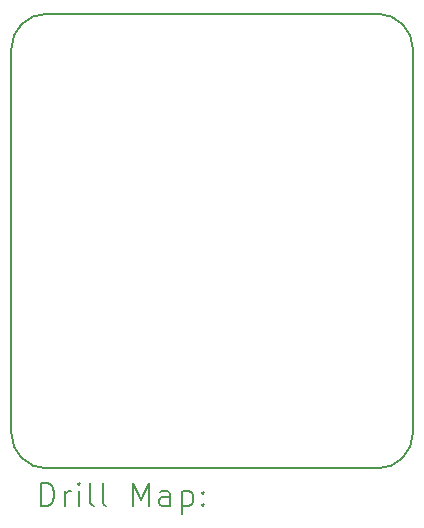
<source format=gbr>
%TF.GenerationSoftware,KiCad,Pcbnew,8.0.7*%
%TF.CreationDate,2025-01-03T22:16:04+08:00*%
%TF.ProjectId,remote_fingers_ESP8266,72656d6f-7465-45f6-9669-6e676572735f,rev?*%
%TF.SameCoordinates,Original*%
%TF.FileFunction,Drillmap*%
%TF.FilePolarity,Positive*%
%FSLAX45Y45*%
G04 Gerber Fmt 4.5, Leading zero omitted, Abs format (unit mm)*
G04 Created by KiCad (PCBNEW 8.0.7) date 2025-01-03 22:16:04*
%MOMM*%
%LPD*%
G01*
G04 APERTURE LIST*
%ADD10C,0.200000*%
G04 APERTURE END LIST*
D10*
X7400000Y-11900000D02*
G75*
G02*
X7100000Y-11600000I0J300000D01*
G01*
X10500000Y-11600000D02*
G75*
G02*
X10200000Y-11900000I-300000J0D01*
G01*
X7100000Y-8350000D02*
G75*
G02*
X7400000Y-8050000I300000J0D01*
G01*
X10200000Y-8050000D02*
G75*
G02*
X10500000Y-8350000I0J-300000D01*
G01*
X7100000Y-11600000D02*
X7100000Y-8350000D01*
X10200000Y-11900000D02*
X7400000Y-11900000D01*
X10500000Y-8350000D02*
X10500000Y-11600000D01*
X7400000Y-8050000D02*
X10200000Y-8050000D01*
X7350777Y-12221484D02*
X7350777Y-12021484D01*
X7350777Y-12021484D02*
X7398396Y-12021484D01*
X7398396Y-12021484D02*
X7426967Y-12031008D01*
X7426967Y-12031008D02*
X7446015Y-12050055D01*
X7446015Y-12050055D02*
X7455539Y-12069103D01*
X7455539Y-12069103D02*
X7465062Y-12107198D01*
X7465062Y-12107198D02*
X7465062Y-12135769D01*
X7465062Y-12135769D02*
X7455539Y-12173865D01*
X7455539Y-12173865D02*
X7446015Y-12192912D01*
X7446015Y-12192912D02*
X7426967Y-12211960D01*
X7426967Y-12211960D02*
X7398396Y-12221484D01*
X7398396Y-12221484D02*
X7350777Y-12221484D01*
X7550777Y-12221484D02*
X7550777Y-12088150D01*
X7550777Y-12126246D02*
X7560301Y-12107198D01*
X7560301Y-12107198D02*
X7569824Y-12097674D01*
X7569824Y-12097674D02*
X7588872Y-12088150D01*
X7588872Y-12088150D02*
X7607920Y-12088150D01*
X7674586Y-12221484D02*
X7674586Y-12088150D01*
X7674586Y-12021484D02*
X7665062Y-12031008D01*
X7665062Y-12031008D02*
X7674586Y-12040531D01*
X7674586Y-12040531D02*
X7684110Y-12031008D01*
X7684110Y-12031008D02*
X7674586Y-12021484D01*
X7674586Y-12021484D02*
X7674586Y-12040531D01*
X7798396Y-12221484D02*
X7779348Y-12211960D01*
X7779348Y-12211960D02*
X7769824Y-12192912D01*
X7769824Y-12192912D02*
X7769824Y-12021484D01*
X7903158Y-12221484D02*
X7884110Y-12211960D01*
X7884110Y-12211960D02*
X7874586Y-12192912D01*
X7874586Y-12192912D02*
X7874586Y-12021484D01*
X8131729Y-12221484D02*
X8131729Y-12021484D01*
X8131729Y-12021484D02*
X8198396Y-12164341D01*
X8198396Y-12164341D02*
X8265062Y-12021484D01*
X8265062Y-12021484D02*
X8265062Y-12221484D01*
X8446015Y-12221484D02*
X8446015Y-12116722D01*
X8446015Y-12116722D02*
X8436491Y-12097674D01*
X8436491Y-12097674D02*
X8417444Y-12088150D01*
X8417444Y-12088150D02*
X8379348Y-12088150D01*
X8379348Y-12088150D02*
X8360301Y-12097674D01*
X8446015Y-12211960D02*
X8426967Y-12221484D01*
X8426967Y-12221484D02*
X8379348Y-12221484D01*
X8379348Y-12221484D02*
X8360301Y-12211960D01*
X8360301Y-12211960D02*
X8350777Y-12192912D01*
X8350777Y-12192912D02*
X8350777Y-12173865D01*
X8350777Y-12173865D02*
X8360301Y-12154817D01*
X8360301Y-12154817D02*
X8379348Y-12145293D01*
X8379348Y-12145293D02*
X8426967Y-12145293D01*
X8426967Y-12145293D02*
X8446015Y-12135769D01*
X8541253Y-12088150D02*
X8541253Y-12288150D01*
X8541253Y-12097674D02*
X8560301Y-12088150D01*
X8560301Y-12088150D02*
X8598396Y-12088150D01*
X8598396Y-12088150D02*
X8617444Y-12097674D01*
X8617444Y-12097674D02*
X8626967Y-12107198D01*
X8626967Y-12107198D02*
X8636491Y-12126246D01*
X8636491Y-12126246D02*
X8636491Y-12183388D01*
X8636491Y-12183388D02*
X8626967Y-12202436D01*
X8626967Y-12202436D02*
X8617444Y-12211960D01*
X8617444Y-12211960D02*
X8598396Y-12221484D01*
X8598396Y-12221484D02*
X8560301Y-12221484D01*
X8560301Y-12221484D02*
X8541253Y-12211960D01*
X8722205Y-12202436D02*
X8731729Y-12211960D01*
X8731729Y-12211960D02*
X8722205Y-12221484D01*
X8722205Y-12221484D02*
X8712682Y-12211960D01*
X8712682Y-12211960D02*
X8722205Y-12202436D01*
X8722205Y-12202436D02*
X8722205Y-12221484D01*
X8722205Y-12097674D02*
X8731729Y-12107198D01*
X8731729Y-12107198D02*
X8722205Y-12116722D01*
X8722205Y-12116722D02*
X8712682Y-12107198D01*
X8712682Y-12107198D02*
X8722205Y-12097674D01*
X8722205Y-12097674D02*
X8722205Y-12116722D01*
M02*

</source>
